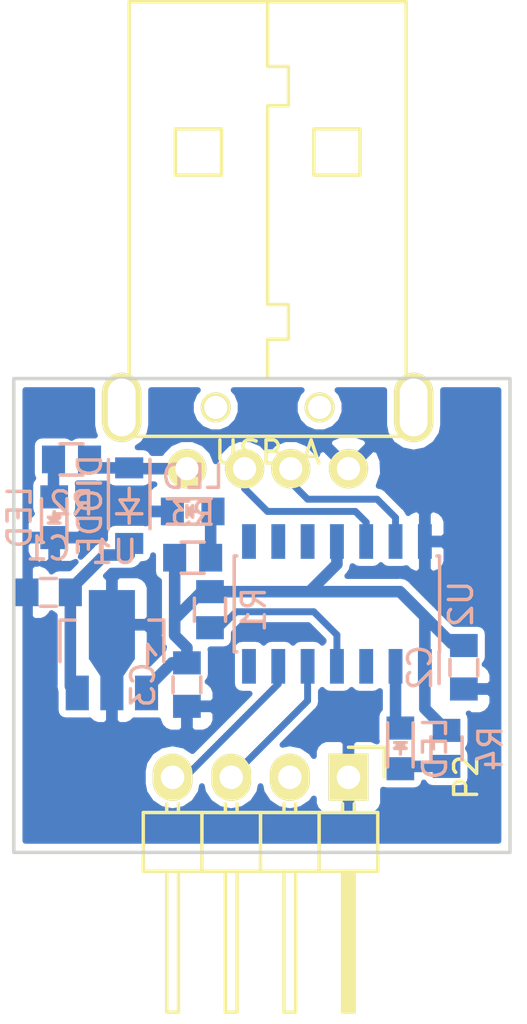
<source format=kicad_pcb>
(kicad_pcb (version 20171130) (host pcbnew "(5.0.0)")

  (general
    (thickness 1.6)
    (drawings 4)
    (tracks 64)
    (zones 0)
    (modules 15)
    (nets 21)
  )

  (page A4)
  (layers
    (0 F.Cu signal)
    (31 B.Cu signal)
    (32 B.Adhes user)
    (33 F.Adhes user)
    (34 B.Paste user)
    (35 F.Paste user)
    (36 B.SilkS user)
    (37 F.SilkS user)
    (38 B.Mask user)
    (39 F.Mask user)
    (40 Dwgs.User user)
    (41 Cmts.User user)
    (42 Eco1.User user)
    (43 Eco2.User user)
    (44 Edge.Cuts user)
    (45 Margin user)
    (46 B.CrtYd user)
    (47 F.CrtYd user)
    (48 B.Fab user)
    (49 F.Fab user)
  )

  (setup
    (last_trace_width 0.3)
    (user_trace_width 0.3)
    (user_trace_width 0.5)
    (trace_clearance 0.2)
    (zone_clearance 0.3)
    (zone_45_only no)
    (trace_min 0.2)
    (segment_width 0.2)
    (edge_width 0.15)
    (via_size 0.8)
    (via_drill 0.4)
    (via_min_size 0.4)
    (via_min_drill 0.3)
    (uvia_size 0.3)
    (uvia_drill 0.1)
    (uvias_allowed no)
    (uvia_min_size 0.2)
    (uvia_min_drill 0.1)
    (pcb_text_width 0.3)
    (pcb_text_size 1.5 1.5)
    (mod_edge_width 0.15)
    (mod_text_size 1 1)
    (mod_text_width 0.15)
    (pad_size 1.524 1.524)
    (pad_drill 0.762)
    (pad_to_mask_clearance 0.2)
    (aux_axis_origin 0 0)
    (visible_elements 7FFFFFFF)
    (pcbplotparams
      (layerselection 0x01000_fffffffe)
      (usegerberextensions false)
      (usegerberattributes false)
      (usegerberadvancedattributes false)
      (creategerberjobfile false)
      (excludeedgelayer true)
      (linewidth 0.100000)
      (plotframeref false)
      (viasonmask false)
      (mode 1)
      (useauxorigin false)
      (hpglpennumber 1)
      (hpglpenspeed 20)
      (hpglpendiameter 15.000000)
      (psnegative false)
      (psa4output false)
      (plotreference true)
      (plotvalue true)
      (plotinvisibletext false)
      (padsonsilk false)
      (subtractmaskfromsilk false)
      (outputformat 1)
      (mirror false)
      (drillshape 0)
      (scaleselection 1)
      (outputdirectory ""))
  )

  (net 0 "")
  (net 1 "Net-(C1-Pad1)")
  (net 2 GND)
  (net 3 +3.3V)
  (net 4 +5V)
  (net 5 "Net-(D2-Pad1)")
  (net 6 "Net-(D3-Pad1)")
  (net 7 /GP0)
  (net 8 "Net-(D4-Pad1)")
  (net 9 /GP1)
  (net 10 /GP2)
  (net 11 "Net-(P1-Pad5)")
  (net 12 /D-)
  (net 13 /D+)
  (net 14 VCC)
  (net 15 /RX)
  (net 16 /TX)
  (net 17 "Net-(R1-Pad1)")
  (net 18 "Net-(U2-Pad8)")
  (net 19 "Net-(U2-Pad9)")
  (net 20 "Net-(U2-Pad10)")

  (net_class Default "これはデフォルトのネット クラスです。"
    (clearance 0.2)
    (trace_width 0.25)
    (via_dia 0.8)
    (via_drill 0.4)
    (uvia_dia 0.3)
    (uvia_drill 0.1)
    (add_net +3.3V)
    (add_net +5V)
    (add_net /D+)
    (add_net /D-)
    (add_net /GP0)
    (add_net /GP1)
    (add_net /GP2)
    (add_net /RX)
    (add_net /TX)
    (add_net GND)
    (add_net "Net-(C1-Pad1)")
    (add_net "Net-(D2-Pad1)")
    (add_net "Net-(D3-Pad1)")
    (add_net "Net-(D4-Pad1)")
    (add_net "Net-(P1-Pad5)")
    (add_net "Net-(R1-Pad1)")
    (add_net "Net-(U2-Pad10)")
    (add_net "Net-(U2-Pad8)")
    (add_net "Net-(U2-Pad9)")
    (add_net VCC)
  )

  (module TO_SOT_Packages_SMD:SOT89-3_Housing (layer B.Cu) (tedit 0) (tstamp 5C8BAAC0)
    (at 93.25 114.25 180)
    (descr "SOT89-3, Housing,")
    (tags "SOT89-3, Housing,")
    (path /5C875E45)
    (attr smd)
    (fp_text reference U1 (at -0.09906 4.24942 180) (layer B.SilkS)
      (effects (font (size 1 1) (thickness 0.15)) (justify mirror))
    )
    (fp_text value BD33FA1 (at -0.20066 -4.59994 180) (layer B.Fab)
      (effects (font (size 1 1) (thickness 0.15)) (justify mirror))
    )
    (fp_line (start -1.89992 -0.20066) (end -1.651 0.09906) (layer B.SilkS) (width 0.15))
    (fp_line (start -1.651 0.09906) (end -1.5494 0.24892) (layer B.SilkS) (width 0.15))
    (fp_line (start -1.5494 0.24892) (end -1.5494 -0.59944) (layer B.SilkS) (width 0.15))
    (fp_line (start -2.25044 1.30048) (end -2.25044 -0.50038) (layer B.SilkS) (width 0.15))
    (fp_line (start -2.25044 1.30048) (end -1.6002 1.30048) (layer B.SilkS) (width 0.15))
    (fp_line (start 2.25044 1.30048) (end 2.25044 -0.50038) (layer B.SilkS) (width 0.15))
    (fp_line (start 2.25044 1.30048) (end 1.6002 1.30048) (layer B.SilkS) (width 0.15))
    (pad 1 smd rect (at -1.50114 -1.85166 180) (size 1.00076 1.50114) (layers B.Cu B.Paste B.Mask)
      (net 3 +3.3V))
    (pad 2 smd rect (at 0 -1.85166 180) (size 1.00076 1.50114) (layers B.Cu B.Paste B.Mask)
      (net 2 GND))
    (pad 3 smd rect (at 1.50114 -1.85166 180) (size 1.00076 1.50114) (layers B.Cu B.Paste B.Mask)
      (net 1 "Net-(C1-Pad1)"))
    (pad 2 smd rect (at 0 1.09982 180) (size 1.99898 2.99974) (layers B.Cu B.Paste B.Mask)
      (net 2 GND))
    (pad 2 smd trapezoid (at 0 -0.7493) (size 1.50114 0.7493) (rect_delta 0 -0.50038 ) (layers B.Cu B.Paste B.Mask)
      (net 2 GND))
    (model TO_SOT_Packages_SMD.3dshapes/SOT89-3_Housing.wrl
      (at (xyz 0 0 0))
      (scale (xyz 0.3937 0.3937 0.3937))
      (rotate (xyz 0 0 0))
    )
  )

  (module Capacitors_SMD:C_0603 (layer B.Cu) (tedit 581D9BE1) (tstamp 5C8AC2BA)
    (at 96.5 115.75 270)
    (descr "Capacitor SMD 0603, reflow soldering, AVX (see smccp.pdf)")
    (tags "capacitor 0603")
    (path /5C86FF10)
    (attr smd)
    (fp_text reference C3 (at 0 1.9 270) (layer B.SilkS)
      (effects (font (size 1 1) (thickness 0.15)) (justify mirror))
    )
    (fp_text value 22u (at 0 -1.9 270) (layer B.Fab)
      (effects (font (size 1 1) (thickness 0.15)) (justify mirror))
    )
    (fp_line (start -0.8 -0.4) (end -0.8 0.4) (layer B.Fab) (width 0.15))
    (fp_line (start 0.8 -0.4) (end -0.8 -0.4) (layer B.Fab) (width 0.15))
    (fp_line (start 0.8 0.4) (end 0.8 -0.4) (layer B.Fab) (width 0.15))
    (fp_line (start -0.8 0.4) (end 0.8 0.4) (layer B.Fab) (width 0.15))
    (fp_line (start -1.45 0.75) (end 1.45 0.75) (layer B.CrtYd) (width 0.05))
    (fp_line (start -1.45 -0.75) (end 1.45 -0.75) (layer B.CrtYd) (width 0.05))
    (fp_line (start -1.45 0.75) (end -1.45 -0.75) (layer B.CrtYd) (width 0.05))
    (fp_line (start 1.45 0.75) (end 1.45 -0.75) (layer B.CrtYd) (width 0.05))
    (fp_line (start -0.35 0.6) (end 0.35 0.6) (layer B.SilkS) (width 0.15))
    (fp_line (start 0.35 -0.6) (end -0.35 -0.6) (layer B.SilkS) (width 0.15))
    (pad 1 smd rect (at -0.95 0 270) (size 1 1.2) (layers B.Cu B.Paste B.Mask)
      (net 3 +3.3V))
    (pad 2 smd rect (at 0.93 0 270) (size 1 1.2) (layers B.Cu B.Paste B.Mask)
      (net 2 GND))
    (model Capacitors_SMD.3dshapes/C_0603.wrl
      (at (xyz 0 0 0))
      (scale (xyz 1 1 1))
      (rotate (xyz 0 0 0))
    )
  )

  (module Pin_Headers:Pin_Header_Angled_1x04 (layer F.Cu) (tedit 0) (tstamp 5C8A80F1)
    (at 103.5 119.75 270)
    (descr "Through hole pin header")
    (tags "pin header")
    (path /5C870B49)
    (fp_text reference P2 (at 0 -5.1 270) (layer F.SilkS)
      (effects (font (size 1 1) (thickness 0.15)))
    )
    (fp_text value CONN_01X04 (at 0 -3.1 270) (layer F.Fab)
      (effects (font (size 1 1) (thickness 0.15)))
    )
    (fp_line (start -1.5 -1.75) (end -1.5 9.4) (layer F.CrtYd) (width 0.05))
    (fp_line (start 10.65 -1.75) (end 10.65 9.4) (layer F.CrtYd) (width 0.05))
    (fp_line (start -1.5 -1.75) (end 10.65 -1.75) (layer F.CrtYd) (width 0.05))
    (fp_line (start -1.5 9.4) (end 10.65 9.4) (layer F.CrtYd) (width 0.05))
    (fp_line (start -1.3 -1.55) (end -1.3 0) (layer F.SilkS) (width 0.15))
    (fp_line (start 0 -1.55) (end -1.3 -1.55) (layer F.SilkS) (width 0.15))
    (fp_line (start 4.191 -0.127) (end 10.033 -0.127) (layer F.SilkS) (width 0.15))
    (fp_line (start 10.033 -0.127) (end 10.033 0.127) (layer F.SilkS) (width 0.15))
    (fp_line (start 10.033 0.127) (end 4.191 0.127) (layer F.SilkS) (width 0.15))
    (fp_line (start 4.191 0.127) (end 4.191 0) (layer F.SilkS) (width 0.15))
    (fp_line (start 4.191 0) (end 10.033 0) (layer F.SilkS) (width 0.15))
    (fp_line (start 1.524 -0.254) (end 1.143 -0.254) (layer F.SilkS) (width 0.15))
    (fp_line (start 1.524 0.254) (end 1.143 0.254) (layer F.SilkS) (width 0.15))
    (fp_line (start 1.524 2.286) (end 1.143 2.286) (layer F.SilkS) (width 0.15))
    (fp_line (start 1.524 2.794) (end 1.143 2.794) (layer F.SilkS) (width 0.15))
    (fp_line (start 1.524 4.826) (end 1.143 4.826) (layer F.SilkS) (width 0.15))
    (fp_line (start 1.524 5.334) (end 1.143 5.334) (layer F.SilkS) (width 0.15))
    (fp_line (start 1.524 7.874) (end 1.143 7.874) (layer F.SilkS) (width 0.15))
    (fp_line (start 1.524 7.366) (end 1.143 7.366) (layer F.SilkS) (width 0.15))
    (fp_line (start 1.524 -1.27) (end 4.064 -1.27) (layer F.SilkS) (width 0.15))
    (fp_line (start 1.524 1.27) (end 4.064 1.27) (layer F.SilkS) (width 0.15))
    (fp_line (start 1.524 1.27) (end 1.524 3.81) (layer F.SilkS) (width 0.15))
    (fp_line (start 1.524 3.81) (end 4.064 3.81) (layer F.SilkS) (width 0.15))
    (fp_line (start 4.064 2.286) (end 10.16 2.286) (layer F.SilkS) (width 0.15))
    (fp_line (start 10.16 2.286) (end 10.16 2.794) (layer F.SilkS) (width 0.15))
    (fp_line (start 10.16 2.794) (end 4.064 2.794) (layer F.SilkS) (width 0.15))
    (fp_line (start 4.064 3.81) (end 4.064 1.27) (layer F.SilkS) (width 0.15))
    (fp_line (start 4.064 1.27) (end 4.064 -1.27) (layer F.SilkS) (width 0.15))
    (fp_line (start 10.16 0.254) (end 4.064 0.254) (layer F.SilkS) (width 0.15))
    (fp_line (start 10.16 -0.254) (end 10.16 0.254) (layer F.SilkS) (width 0.15))
    (fp_line (start 4.064 -0.254) (end 10.16 -0.254) (layer F.SilkS) (width 0.15))
    (fp_line (start 1.524 1.27) (end 4.064 1.27) (layer F.SilkS) (width 0.15))
    (fp_line (start 1.524 -1.27) (end 1.524 1.27) (layer F.SilkS) (width 0.15))
    (fp_line (start 1.524 6.35) (end 4.064 6.35) (layer F.SilkS) (width 0.15))
    (fp_line (start 1.524 6.35) (end 1.524 8.89) (layer F.SilkS) (width 0.15))
    (fp_line (start 1.524 8.89) (end 4.064 8.89) (layer F.SilkS) (width 0.15))
    (fp_line (start 4.064 7.366) (end 10.16 7.366) (layer F.SilkS) (width 0.15))
    (fp_line (start 10.16 7.366) (end 10.16 7.874) (layer F.SilkS) (width 0.15))
    (fp_line (start 10.16 7.874) (end 4.064 7.874) (layer F.SilkS) (width 0.15))
    (fp_line (start 4.064 8.89) (end 4.064 6.35) (layer F.SilkS) (width 0.15))
    (fp_line (start 4.064 6.35) (end 4.064 3.81) (layer F.SilkS) (width 0.15))
    (fp_line (start 10.16 5.334) (end 4.064 5.334) (layer F.SilkS) (width 0.15))
    (fp_line (start 10.16 4.826) (end 10.16 5.334) (layer F.SilkS) (width 0.15))
    (fp_line (start 4.064 4.826) (end 10.16 4.826) (layer F.SilkS) (width 0.15))
    (fp_line (start 1.524 6.35) (end 4.064 6.35) (layer F.SilkS) (width 0.15))
    (fp_line (start 1.524 3.81) (end 1.524 6.35) (layer F.SilkS) (width 0.15))
    (fp_line (start 1.524 3.81) (end 4.064 3.81) (layer F.SilkS) (width 0.15))
    (pad 1 thru_hole rect (at 0 0 270) (size 2.032 1.7272) (drill 1.016) (layers *.Cu *.Mask F.SilkS)
      (net 2 GND))
    (pad 2 thru_hole oval (at 0 2.54 270) (size 2.032 1.7272) (drill 1.016) (layers *.Cu *.Mask F.SilkS)
      (net 14 VCC))
    (pad 3 thru_hole oval (at 0 5.08 270) (size 2.032 1.7272) (drill 1.016) (layers *.Cu *.Mask F.SilkS)
      (net 15 /RX))
    (pad 4 thru_hole oval (at 0 7.62 270) (size 2.032 1.7272) (drill 1.016) (layers *.Cu *.Mask F.SilkS)
      (net 16 /TX))
    (model Pin_Headers.3dshapes/Pin_Header_Angled_1x04.wrl
      (offset (xyz 0 -3.809999942779541 0))
      (scale (xyz 1 1 1))
      (rotate (xyz 0 0 90))
    )
  )

  (module Capacitors_SMD:C_0603 (layer B.Cu) (tedit 581D9BE1) (tstamp 5C8A7FE2)
    (at 90.5 111.75 180)
    (descr "Capacitor SMD 0603, reflow soldering, AVX (see smccp.pdf)")
    (tags "capacitor 0603")
    (path /5C86FE03)
    (attr smd)
    (fp_text reference C1 (at 0 1.9 180) (layer B.SilkS)
      (effects (font (size 1 1) (thickness 0.15)) (justify mirror))
    )
    (fp_text value 10u (at 0 -1.9 180) (layer B.Fab)
      (effects (font (size 1 1) (thickness 0.15)) (justify mirror))
    )
    (fp_line (start -0.8 -0.4) (end -0.8 0.4) (layer B.Fab) (width 0.15))
    (fp_line (start 0.8 -0.4) (end -0.8 -0.4) (layer B.Fab) (width 0.15))
    (fp_line (start 0.8 0.4) (end 0.8 -0.4) (layer B.Fab) (width 0.15))
    (fp_line (start -0.8 0.4) (end 0.8 0.4) (layer B.Fab) (width 0.15))
    (fp_line (start -1.45 0.75) (end 1.45 0.75) (layer B.CrtYd) (width 0.05))
    (fp_line (start -1.45 -0.75) (end 1.45 -0.75) (layer B.CrtYd) (width 0.05))
    (fp_line (start -1.45 0.75) (end -1.45 -0.75) (layer B.CrtYd) (width 0.05))
    (fp_line (start 1.45 0.75) (end 1.45 -0.75) (layer B.CrtYd) (width 0.05))
    (fp_line (start -0.35 0.6) (end 0.35 0.6) (layer B.SilkS) (width 0.15))
    (fp_line (start 0.35 -0.6) (end -0.35 -0.6) (layer B.SilkS) (width 0.15))
    (pad 1 smd rect (at -0.95 0 180) (size 1 1.2) (layers B.Cu B.Paste B.Mask)
      (net 1 "Net-(C1-Pad1)"))
    (pad 2 smd rect (at 0.93 0 180) (size 1 1.2) (layers B.Cu B.Paste B.Mask)
      (net 2 GND))
    (model Capacitors_SMD.3dshapes/C_0603.wrl
      (at (xyz 0 0 0))
      (scale (xyz 1 1 1))
      (rotate (xyz 0 0 0))
    )
  )

  (module Capacitors_SMD:C_0603 (layer B.Cu) (tedit 581D9BE1) (tstamp 5C8A7FF2)
    (at 108.5 115 270)
    (descr "Capacitor SMD 0603, reflow soldering, AVX (see smccp.pdf)")
    (tags "capacitor 0603")
    (path /5C86F951)
    (attr smd)
    (fp_text reference C2 (at 0 1.9 270) (layer B.SilkS)
      (effects (font (size 1 1) (thickness 0.15)) (justify mirror))
    )
    (fp_text value 0.1u (at 0 -1.9 270) (layer B.Fab)
      (effects (font (size 1 1) (thickness 0.15)) (justify mirror))
    )
    (fp_line (start -0.8 -0.4) (end -0.8 0.4) (layer B.Fab) (width 0.15))
    (fp_line (start 0.8 -0.4) (end -0.8 -0.4) (layer B.Fab) (width 0.15))
    (fp_line (start 0.8 0.4) (end 0.8 -0.4) (layer B.Fab) (width 0.15))
    (fp_line (start -0.8 0.4) (end 0.8 0.4) (layer B.Fab) (width 0.15))
    (fp_line (start -1.45 0.75) (end 1.45 0.75) (layer B.CrtYd) (width 0.05))
    (fp_line (start -1.45 -0.75) (end 1.45 -0.75) (layer B.CrtYd) (width 0.05))
    (fp_line (start -1.45 0.75) (end -1.45 -0.75) (layer B.CrtYd) (width 0.05))
    (fp_line (start 1.45 0.75) (end 1.45 -0.75) (layer B.CrtYd) (width 0.05))
    (fp_line (start -0.35 0.6) (end 0.35 0.6) (layer B.SilkS) (width 0.15))
    (fp_line (start 0.35 -0.6) (end -0.35 -0.6) (layer B.SilkS) (width 0.15))
    (pad 1 smd rect (at -0.95 0 270) (size 1 1.2) (layers B.Cu B.Paste B.Mask)
      (net 3 +3.3V))
    (pad 2 smd rect (at 0.93 0 270) (size 1 1.2) (layers B.Cu B.Paste B.Mask)
      (net 2 GND))
    (model Capacitors_SMD.3dshapes/C_0603.wrl
      (at (xyz 0 0 0))
      (scale (xyz 1 1 1))
      (rotate (xyz 0 0 0))
    )
  )

  (module Mizz_lib:SOD-123 (layer B.Cu) (tedit 5C70464D) (tstamp 5C8A8019)
    (at 94 108 270)
    (descr SOD-123)
    (tags SOD-123)
    (path /5C86FD65)
    (attr smd)
    (fp_text reference D1 (at 0 2 270) (layer B.Fab)
      (effects (font (size 1 1) (thickness 0.15)) (justify mirror))
    )
    (fp_text value DIODE (at 0 1.7 270) (layer B.SilkS)
      (effects (font (size 1 1) (thickness 0.15)) (justify mirror))
    )
    (fp_line (start -0.25 0) (end -0.75 0) (layer B.SilkS) (width 0.15))
    (fp_line (start -0.25 -0.4) (end 0.35 0) (layer B.SilkS) (width 0.15))
    (fp_line (start -0.25 0.4) (end -0.25 -0.4) (layer B.SilkS) (width 0.15))
    (fp_line (start 0.35 0) (end -0.25 0.4) (layer B.SilkS) (width 0.15))
    (fp_line (start 0.35 0) (end 0.35 -0.55) (layer B.SilkS) (width 0.15))
    (fp_line (start 0.35 0) (end 0.35 0.55) (layer B.SilkS) (width 0.15))
    (fp_line (start 0.75 0) (end 0.35 0) (layer B.SilkS) (width 0.15))
    (fp_line (start -1.35 -0.8) (end -1.35 0.8) (layer B.Fab) (width 0.15))
    (fp_line (start 1.35 -0.8) (end -1.35 -0.8) (layer B.Fab) (width 0.15))
    (fp_line (start 1.35 0.8) (end 1.35 -0.8) (layer B.Fab) (width 0.15))
    (fp_line (start -1.35 0.8) (end 1.35 0.8) (layer B.Fab) (width 0.15))
    (fp_line (start -2.25 1.05) (end 2.25 1.05) (layer B.CrtYd) (width 0.05))
    (fp_line (start 2.25 1.05) (end 2.25 -1.05) (layer B.CrtYd) (width 0.05))
    (fp_line (start 2.25 -1.05) (end -2.25 -1.05) (layer B.CrtYd) (width 0.05))
    (fp_line (start -2.25 1.05) (end -2.25 -1.05) (layer B.CrtYd) (width 0.05))
    (fp_line (start -2 -0.9) (end 1 -0.9) (layer B.SilkS) (width 0.15))
    (fp_line (start -2 0.9) (end 1 0.9) (layer B.SilkS) (width 0.15))
    (pad 1 smd rect (at -1.635 0 270) (size 0.91 1.22) (layers B.Cu B.Paste B.Mask)
      (net 4 +5V))
    (pad 2 smd rect (at 1.635 0 270) (size 0.91 1.22) (layers B.Cu B.Paste B.Mask)
      (net 1 "Net-(C1-Pad1)"))
    (model ${KISYS3DMOD}/Diodes_SMD.3dshapes/SOD-123.wrl
      (at (xyz 0 0 0))
      (scale (xyz 1 1 1))
      (rotate (xyz 0 0 0))
    )
    (model C:/Users/Mizuta/Downloads/kicad-packages3D-master/Diode_SMD.3dshapes/D_SOD-123.step
      (at (xyz 0 0 0))
      (scale (xyz 1 1 1))
      (rotate (xyz 0 0 180))
    )
  )

  (module Mizz_lib:USB-A-male (layer F.Cu) (tedit 5BB247AC) (tstamp 5C8A80BA)
    (at 100 105)
    (path /5C870265)
    (fp_text reference P1 (at 0 0.5) (layer F.SilkS) hide
      (effects (font (size 1 1) (thickness 0.15)))
    )
    (fp_text value USB_A (at 0 0.7) (layer F.SilkS)
      (effects (font (size 1 1) (thickness 0.15)))
    )
    (fp_line (start 0 -5.7) (end 0 -14.3) (layer F.SilkS) (width 0.15))
    (fp_line (start 0 -2.5) (end 0 -4.2) (layer F.SilkS) (width 0.15))
    (fp_line (start 6 -2.5) (end -6 -2.5) (layer F.SilkS) (width 0.15))
    (fp_line (start -2 -13.3) (end -4 -13.3) (layer F.SilkS) (width 0.15))
    (fp_line (start -4 -13.3) (end -4 -11.3) (layer F.SilkS) (width 0.15))
    (fp_line (start -4 -11.3) (end -2 -11.3) (layer F.SilkS) (width 0.15))
    (fp_line (start -2 -11.3) (end -2 -13.3) (layer F.SilkS) (width 0.15))
    (fp_line (start 4 -13.3) (end 2 -13.3) (layer F.SilkS) (width 0.15))
    (fp_line (start 2 -13.3) (end 2 -11.3) (layer F.SilkS) (width 0.15))
    (fp_line (start 2 -11.3) (end 4 -11.3) (layer F.SilkS) (width 0.15))
    (fp_line (start 4 -11.3) (end 4 -13.3) (layer F.SilkS) (width 0.15))
    (fp_line (start 0 -18.8) (end 0 -16) (layer F.SilkS) (width 0.15))
    (fp_line (start 0 -16) (end 0.9 -16) (layer F.SilkS) (width 0.15))
    (fp_line (start 0.9 -16) (end 0.9 -14.3) (layer F.SilkS) (width 0.15))
    (fp_line (start 0.9 -14.3) (end 0 -14.3) (layer F.SilkS) (width 0.15))
    (fp_line (start 0 -5.7) (end 0.9 -5.7) (layer F.SilkS) (width 0.15))
    (fp_line (start 0.9 -5.7) (end 0.9 -4.2) (layer F.SilkS) (width 0.15))
    (fp_line (start 0.9 -4.2) (end 0 -4.2) (layer F.SilkS) (width 0.15))
    (fp_line (start 6 -9.4) (end 6 -18.8) (layer F.SilkS) (width 0.15))
    (fp_line (start 6 -18.8) (end -6 -18.8) (layer F.SilkS) (width 0.15))
    (fp_line (start -6 -18.8) (end -6 -9.4) (layer F.SilkS) (width 0.15))
    (fp_line (start 6 0) (end 6 -9.4) (layer F.SilkS) (width 0.15))
    (fp_line (start -6 -9.4) (end -6 0) (layer F.SilkS) (width 0.15))
    (fp_line (start -6 0) (end 6 0) (layer F.SilkS) (width 0.15))
    (pad 5 thru_hole oval (at 6.325 -1.25) (size 1.7 3) (drill oval 1.2 2.5) (layers *.Cu *.Mask F.SilkS)
      (net 11 "Net-(P1-Pad5)"))
    (pad 5 thru_hole oval (at -6.325 -1.25) (size 1.7 3) (drill oval 1.2 2.5) (layers *.Cu *.Mask F.SilkS)
      (net 11 "Net-(P1-Pad5)"))
    (pad 2 thru_hole circle (at -1 1.4) (size 1.7 1.7) (drill 1) (layers *.Cu *.Mask F.SilkS)
      (net 12 /D-))
    (pad 1 thru_hole circle (at -3.5 1.4) (size 1.7 1.7) (drill 1) (layers *.Cu *.Mask F.SilkS)
      (net 4 +5V))
    (pad 3 thru_hole circle (at 1 1.4) (size 1.7 1.7) (drill 1) (layers *.Cu *.Mask F.SilkS)
      (net 13 /D+))
    (pad 4 thru_hole circle (at 3.5 1.4) (size 1.7 1.7) (drill 1) (layers *.Cu *.Mask F.SilkS)
      (net 2 GND))
    (pad "" thru_hole circle (at -2.25 -1.25) (size 1.3 1.3) (drill 1) (layers *.Cu *.Mask F.SilkS))
    (pad "" thru_hole circle (at 2.25 -1.25) (size 1.3 1.3) (drill 1) (layers *.Cu *.Mask F.SilkS))
  )

  (module Housings_SOIC:SOIC-14_3.9x8.7mm_Pitch1.27mm (layer B.Cu) (tedit 574D9791) (tstamp 5C8A8167)
    (at 103 112.25 90)
    (descr "14-Lead Plastic Small Outline (SL) - Narrow, 3.90 mm Body [SOIC] (see Microchip Packaging Specification 00000049BS.pdf)")
    (tags "SOIC 1.27")
    (path /5C86F83C)
    (attr smd)
    (fp_text reference U2 (at 0 5.375 90) (layer B.SilkS)
      (effects (font (size 1 1) (thickness 0.15)) (justify mirror))
    )
    (fp_text value MCP2221A (at 0 -5.375 90) (layer B.Fab)
      (effects (font (size 1 1) (thickness 0.15)) (justify mirror))
    )
    (fp_line (start -0.95 4.35) (end 1.95 4.35) (layer B.Fab) (width 0.15))
    (fp_line (start 1.95 4.35) (end 1.95 -4.35) (layer B.Fab) (width 0.15))
    (fp_line (start 1.95 -4.35) (end -1.95 -4.35) (layer B.Fab) (width 0.15))
    (fp_line (start -1.95 -4.35) (end -1.95 3.35) (layer B.Fab) (width 0.15))
    (fp_line (start -1.95 3.35) (end -0.95 4.35) (layer B.Fab) (width 0.15))
    (fp_line (start -3.7 4.65) (end -3.7 -4.65) (layer B.CrtYd) (width 0.05))
    (fp_line (start 3.7 4.65) (end 3.7 -4.65) (layer B.CrtYd) (width 0.05))
    (fp_line (start -3.7 4.65) (end 3.7 4.65) (layer B.CrtYd) (width 0.05))
    (fp_line (start -3.7 -4.65) (end 3.7 -4.65) (layer B.CrtYd) (width 0.05))
    (fp_line (start -2.075 4.45) (end -2.075 4.425) (layer B.SilkS) (width 0.15))
    (fp_line (start 2.075 4.45) (end 2.075 4.335) (layer B.SilkS) (width 0.15))
    (fp_line (start 2.075 -4.45) (end 2.075 -4.335) (layer B.SilkS) (width 0.15))
    (fp_line (start -2.075 -4.45) (end -2.075 -4.335) (layer B.SilkS) (width 0.15))
    (fp_line (start -2.075 4.45) (end 2.075 4.45) (layer B.SilkS) (width 0.15))
    (fp_line (start -2.075 -4.45) (end 2.075 -4.45) (layer B.SilkS) (width 0.15))
    (fp_line (start -2.075 4.425) (end -3.45 4.425) (layer B.SilkS) (width 0.15))
    (pad 1 smd rect (at -2.7 3.81 90) (size 1.5 0.6) (layers B.Cu B.Paste B.Mask)
      (net 3 +3.3V))
    (pad 2 smd rect (at -2.7 2.54 90) (size 1.5 0.6) (layers B.Cu B.Paste B.Mask)
      (net 7 /GP0))
    (pad 3 smd rect (at -2.7 1.27 90) (size 1.5 0.6) (layers B.Cu B.Paste B.Mask)
      (net 9 /GP1))
    (pad 4 smd rect (at -2.7 0 90) (size 1.5 0.6) (layers B.Cu B.Paste B.Mask)
      (net 17 "Net-(R1-Pad1)"))
    (pad 5 smd rect (at -2.7 -1.27 90) (size 1.5 0.6) (layers B.Cu B.Paste B.Mask)
      (net 15 /RX))
    (pad 6 smd rect (at -2.7 -2.54 90) (size 1.5 0.6) (layers B.Cu B.Paste B.Mask)
      (net 16 /TX))
    (pad 7 smd rect (at -2.7 -3.81 90) (size 1.5 0.6) (layers B.Cu B.Paste B.Mask)
      (net 10 /GP2))
    (pad 8 smd rect (at 2.7 -3.81 90) (size 1.5 0.6) (layers B.Cu B.Paste B.Mask)
      (net 18 "Net-(U2-Pad8)"))
    (pad 9 smd rect (at 2.7 -2.54 90) (size 1.5 0.6) (layers B.Cu B.Paste B.Mask)
      (net 19 "Net-(U2-Pad9)"))
    (pad 10 smd rect (at 2.7 -1.27 90) (size 1.5 0.6) (layers B.Cu B.Paste B.Mask)
      (net 20 "Net-(U2-Pad10)"))
    (pad 11 smd rect (at 2.7 0 90) (size 1.5 0.6) (layers B.Cu B.Paste B.Mask)
      (net 3 +3.3V))
    (pad 12 smd rect (at 2.7 1.27 90) (size 1.5 0.6) (layers B.Cu B.Paste B.Mask)
      (net 12 /D-))
    (pad 13 smd rect (at 2.7 2.54 90) (size 1.5 0.6) (layers B.Cu B.Paste B.Mask)
      (net 13 /D+))
    (pad 14 smd rect (at 2.7 3.81 90) (size 1.5 0.6) (layers B.Cu B.Paste B.Mask)
      (net 2 GND))
    (model Housings_SOIC.3dshapes/SOIC-14_3.9x8.7mm_Pitch1.27mm.wrl
      (at (xyz 0 0 0))
      (scale (xyz 1 1 1))
      (rotate (xyz 0 0 0))
    )
  )

  (module Resistors_SMD:R_0603 (layer B.Cu) (tedit 581D9C24) (tstamp 5C8AC311)
    (at 91.5 106)
    (descr "Resistor SMD 0603, reflow soldering, Vishay (see dcrcw.pdf)")
    (tags "resistor 0603")
    (path /5C870FC3)
    (attr smd)
    (fp_text reference R2 (at 0 1.9) (layer B.SilkS)
      (effects (font (size 1 1) (thickness 0.15)) (justify mirror))
    )
    (fp_text value R (at 0 -1.9) (layer B.Fab)
      (effects (font (size 1 1) (thickness 0.15)) (justify mirror))
    )
    (fp_line (start -1.3 0.8) (end 1.3 0.8) (layer B.CrtYd) (width 0.05))
    (fp_line (start -1.3 -0.8) (end 1.3 -0.8) (layer B.CrtYd) (width 0.05))
    (fp_line (start -1.3 0.8) (end -1.3 -0.8) (layer B.CrtYd) (width 0.05))
    (fp_line (start 1.3 0.8) (end 1.3 -0.8) (layer B.CrtYd) (width 0.05))
    (fp_line (start 0.5 -0.675) (end -0.5 -0.675) (layer B.SilkS) (width 0.15))
    (fp_line (start -0.5 0.675) (end 0.5 0.675) (layer B.SilkS) (width 0.15))
    (pad 1 smd rect (at -0.78 0) (size 1 1.2) (layers B.Cu B.Paste B.Mask)
      (net 5 "Net-(D2-Pad1)"))
    (pad 2 smd rect (at 0.78 0) (size 1 1.2) (layers B.Cu B.Paste B.Mask)
      (net 4 +5V))
    (model Resistors_SMD.3dshapes/R_0603.wrl
      (at (xyz 0 0 0))
      (scale (xyz 1 1 1))
      (rotate (xyz 0 0 0))
    )
  )

  (module Resistors_SMD:R_0603 (layer B.Cu) (tedit 581D9C24) (tstamp 5C8AC31D)
    (at 96.75 110.25 180)
    (descr "Resistor SMD 0603, reflow soldering, Vishay (see dcrcw.pdf)")
    (tags "resistor 0603")
    (path /5C871115)
    (attr smd)
    (fp_text reference R3 (at 0 1.9 180) (layer B.SilkS)
      (effects (font (size 1 1) (thickness 0.15)) (justify mirror))
    )
    (fp_text value R (at 0 -1.9 180) (layer B.Fab)
      (effects (font (size 1 1) (thickness 0.15)) (justify mirror))
    )
    (fp_line (start -0.5 0.675) (end 0.5 0.675) (layer B.SilkS) (width 0.15))
    (fp_line (start 0.5 -0.675) (end -0.5 -0.675) (layer B.SilkS) (width 0.15))
    (fp_line (start 1.3 0.8) (end 1.3 -0.8) (layer B.CrtYd) (width 0.05))
    (fp_line (start -1.3 0.8) (end -1.3 -0.8) (layer B.CrtYd) (width 0.05))
    (fp_line (start -1.3 -0.8) (end 1.3 -0.8) (layer B.CrtYd) (width 0.05))
    (fp_line (start -1.3 0.8) (end 1.3 0.8) (layer B.CrtYd) (width 0.05))
    (pad 2 smd rect (at 0.78 0 180) (size 1 1.2) (layers B.Cu B.Paste B.Mask)
      (net 3 +3.3V))
    (pad 1 smd rect (at -0.78 0 180) (size 1 1.2) (layers B.Cu B.Paste B.Mask)
      (net 6 "Net-(D3-Pad1)"))
    (model Resistors_SMD.3dshapes/R_0603.wrl
      (at (xyz 0 0 0))
      (scale (xyz 1 1 1))
      (rotate (xyz 0 0 0))
    )
  )

  (module Resistors_SMD:R_0603 (layer B.Cu) (tedit 581D9C24) (tstamp 5C8AC329)
    (at 107.75 118.5 90)
    (descr "Resistor SMD 0603, reflow soldering, Vishay (see dcrcw.pdf)")
    (tags "resistor 0603")
    (path /5C871677)
    (attr smd)
    (fp_text reference R4 (at 0 1.9 90) (layer B.SilkS)
      (effects (font (size 1 1) (thickness 0.15)) (justify mirror))
    )
    (fp_text value R (at 0 -1.9 90) (layer B.Fab)
      (effects (font (size 1 1) (thickness 0.15)) (justify mirror))
    )
    (fp_line (start -1.3 0.8) (end 1.3 0.8) (layer B.CrtYd) (width 0.05))
    (fp_line (start -1.3 -0.8) (end 1.3 -0.8) (layer B.CrtYd) (width 0.05))
    (fp_line (start -1.3 0.8) (end -1.3 -0.8) (layer B.CrtYd) (width 0.05))
    (fp_line (start 1.3 0.8) (end 1.3 -0.8) (layer B.CrtYd) (width 0.05))
    (fp_line (start 0.5 -0.675) (end -0.5 -0.675) (layer B.SilkS) (width 0.15))
    (fp_line (start -0.5 0.675) (end 0.5 0.675) (layer B.SilkS) (width 0.15))
    (pad 1 smd rect (at -0.78 0 90) (size 1 1.2) (layers B.Cu B.Paste B.Mask)
      (net 8 "Net-(D4-Pad1)"))
    (pad 2 smd rect (at 0.78 0 90) (size 1 1.2) (layers B.Cu B.Paste B.Mask)
      (net 3 +3.3V))
    (model Resistors_SMD.3dshapes/R_0603.wrl
      (at (xyz 0 0 0))
      (scale (xyz 1 1 1))
      (rotate (xyz 0 0 0))
    )
  )

  (module Mizz_lib:LED_0603 (layer B.Cu) (tedit 5C686D55) (tstamp 5C8AF70B)
    (at 90.75 108.5 90)
    (descr "LED 0603 smd package")
    (tags "LED led 0603 SMD smd SMT smt smdled SMDLED smtled SMTLED")
    (path /5C87116A)
    (attr smd)
    (fp_text reference D2 (at 0 1.5 90) (layer B.SilkS) hide
      (effects (font (size 1 1) (thickness 0.15)) (justify mirror))
    )
    (fp_text value LED (at 0 -1.5 90) (layer B.SilkS)
      (effects (font (size 1 1) (thickness 0.15)) (justify mirror))
    )
    (fp_line (start -1.4 0.75) (end 1.4 0.75) (layer B.CrtYd) (width 0.05))
    (fp_line (start -1.4 -0.75) (end -1.4 0.75) (layer B.CrtYd) (width 0.05))
    (fp_line (start 1.4 -0.75) (end -1.4 -0.75) (layer B.CrtYd) (width 0.05))
    (fp_line (start 1.4 0.75) (end 1.4 -0.75) (layer B.CrtYd) (width 0.05))
    (fp_line (start 0 -0.25) (end -0.25 0) (layer B.SilkS) (width 0.15))
    (fp_line (start 0 0.25) (end 0 -0.25) (layer B.SilkS) (width 0.15))
    (fp_line (start -0.25 0) (end 0 0.25) (layer B.SilkS) (width 0.15))
    (fp_line (start -0.25 0.25) (end -0.25 -0.25) (layer B.SilkS) (width 0.15))
    (fp_line (start -0.2 0) (end 0.25 0) (layer B.SilkS) (width 0.15))
    (fp_line (start -1.1 0.55) (end 0.8 0.55) (layer B.SilkS) (width 0.15))
    (fp_line (start -1.1 -0.55) (end 0.8 -0.55) (layer B.SilkS) (width 0.15))
    (fp_line (start -0.8 -0.4) (end -0.8 0.4) (layer B.Fab) (width 0.15))
    (fp_line (start -0.8 0.4) (end 0.8 0.4) (layer B.Fab) (width 0.15))
    (fp_line (start 0.8 0.4) (end 0.8 -0.4) (layer B.Fab) (width 0.15))
    (fp_line (start 0.8 -0.4) (end -0.8 -0.4) (layer B.Fab) (width 0.15))
    (fp_line (start 0.1 0.2) (end 0.1 -0.2) (layer B.Fab) (width 0.15))
    (fp_line (start 0.1 -0.2) (end -0.2 0) (layer B.Fab) (width 0.15))
    (fp_line (start -0.2 0) (end 0.1 0.2) (layer B.Fab) (width 0.15))
    (fp_line (start -0.3 0.2) (end -0.3 -0.2) (layer B.Fab) (width 0.15))
    (pad 2 smd rect (at -0.88 0 270) (size 1 1.2) (layers B.Cu B.Paste B.Mask)
      (net 2 GND))
    (pad 1 smd rect (at 0.88 0 270) (size 1 1.2) (layers B.Cu B.Paste B.Mask)
      (net 5 "Net-(D2-Pad1)"))
    (model LEDs.3dshapes/LED_0603.wrl
      (at (xyz 0 0 0))
      (scale (xyz 1 1 1))
      (rotate (xyz 0 0 180))
    )
    (model C:/Users/Mizuta/Downloads/kicad-packages3D-master/LED_SMD.3dshapes/LED_0603_1608Metric_Castellated.step
      (at (xyz 0 0 0))
      (scale (xyz 1 1 1))
      (rotate (xyz 0 0 0))
    )
  )

  (module Mizz_lib:LED_0603 (layer B.Cu) (tedit 5C686D55) (tstamp 5C8AF723)
    (at 96.75 108.25)
    (descr "LED 0603 smd package")
    (tags "LED led 0603 SMD smd SMT smt smdled SMDLED smtled SMTLED")
    (path /5C871208)
    (attr smd)
    (fp_text reference D3 (at 0 1.5) (layer B.SilkS) hide
      (effects (font (size 1 1) (thickness 0.15)) (justify mirror))
    )
    (fp_text value LED (at 0 -1.5) (layer B.SilkS)
      (effects (font (size 1 1) (thickness 0.15)) (justify mirror))
    )
    (fp_line (start -0.3 0.2) (end -0.3 -0.2) (layer B.Fab) (width 0.15))
    (fp_line (start -0.2 0) (end 0.1 0.2) (layer B.Fab) (width 0.15))
    (fp_line (start 0.1 -0.2) (end -0.2 0) (layer B.Fab) (width 0.15))
    (fp_line (start 0.1 0.2) (end 0.1 -0.2) (layer B.Fab) (width 0.15))
    (fp_line (start 0.8 -0.4) (end -0.8 -0.4) (layer B.Fab) (width 0.15))
    (fp_line (start 0.8 0.4) (end 0.8 -0.4) (layer B.Fab) (width 0.15))
    (fp_line (start -0.8 0.4) (end 0.8 0.4) (layer B.Fab) (width 0.15))
    (fp_line (start -0.8 -0.4) (end -0.8 0.4) (layer B.Fab) (width 0.15))
    (fp_line (start -1.1 -0.55) (end 0.8 -0.55) (layer B.SilkS) (width 0.15))
    (fp_line (start -1.1 0.55) (end 0.8 0.55) (layer B.SilkS) (width 0.15))
    (fp_line (start -0.2 0) (end 0.25 0) (layer B.SilkS) (width 0.15))
    (fp_line (start -0.25 0.25) (end -0.25 -0.25) (layer B.SilkS) (width 0.15))
    (fp_line (start -0.25 0) (end 0 0.25) (layer B.SilkS) (width 0.15))
    (fp_line (start 0 0.25) (end 0 -0.25) (layer B.SilkS) (width 0.15))
    (fp_line (start 0 -0.25) (end -0.25 0) (layer B.SilkS) (width 0.15))
    (fp_line (start 1.4 0.75) (end 1.4 -0.75) (layer B.CrtYd) (width 0.05))
    (fp_line (start 1.4 -0.75) (end -1.4 -0.75) (layer B.CrtYd) (width 0.05))
    (fp_line (start -1.4 -0.75) (end -1.4 0.75) (layer B.CrtYd) (width 0.05))
    (fp_line (start -1.4 0.75) (end 1.4 0.75) (layer B.CrtYd) (width 0.05))
    (pad 1 smd rect (at 0.88 0 180) (size 1 1.2) (layers B.Cu B.Paste B.Mask)
      (net 6 "Net-(D3-Pad1)"))
    (pad 2 smd rect (at -0.88 0 180) (size 1 1.2) (layers B.Cu B.Paste B.Mask)
      (net 2 GND))
    (model LEDs.3dshapes/LED_0603.wrl
      (at (xyz 0 0 0))
      (scale (xyz 1 1 1))
      (rotate (xyz 0 0 180))
    )
    (model C:/Users/Mizuta/Downloads/kicad-packages3D-master/LED_SMD.3dshapes/LED_0603_1608Metric_Castellated.step
      (at (xyz 0 0 0))
      (scale (xyz 1 1 1))
      (rotate (xyz 0 0 0))
    )
  )

  (module Mizz_lib:LED_0603 (layer B.Cu) (tedit 5C686D55) (tstamp 5C8AF73B)
    (at 105.75 118.5 270)
    (descr "LED 0603 smd package")
    (tags "LED led 0603 SMD smd SMT smt smdled SMDLED smtled SMTLED")
    (path /5C8716B7)
    (attr smd)
    (fp_text reference D4 (at 0 1.5 270) (layer B.SilkS) hide
      (effects (font (size 1 1) (thickness 0.15)) (justify mirror))
    )
    (fp_text value LED (at 0 -1.5 270) (layer B.SilkS)
      (effects (font (size 1 1) (thickness 0.15)) (justify mirror))
    )
    (fp_line (start -1.4 0.75) (end 1.4 0.75) (layer B.CrtYd) (width 0.05))
    (fp_line (start -1.4 -0.75) (end -1.4 0.75) (layer B.CrtYd) (width 0.05))
    (fp_line (start 1.4 -0.75) (end -1.4 -0.75) (layer B.CrtYd) (width 0.05))
    (fp_line (start 1.4 0.75) (end 1.4 -0.75) (layer B.CrtYd) (width 0.05))
    (fp_line (start 0 -0.25) (end -0.25 0) (layer B.SilkS) (width 0.15))
    (fp_line (start 0 0.25) (end 0 -0.25) (layer B.SilkS) (width 0.15))
    (fp_line (start -0.25 0) (end 0 0.25) (layer B.SilkS) (width 0.15))
    (fp_line (start -0.25 0.25) (end -0.25 -0.25) (layer B.SilkS) (width 0.15))
    (fp_line (start -0.2 0) (end 0.25 0) (layer B.SilkS) (width 0.15))
    (fp_line (start -1.1 0.55) (end 0.8 0.55) (layer B.SilkS) (width 0.15))
    (fp_line (start -1.1 -0.55) (end 0.8 -0.55) (layer B.SilkS) (width 0.15))
    (fp_line (start -0.8 -0.4) (end -0.8 0.4) (layer B.Fab) (width 0.15))
    (fp_line (start -0.8 0.4) (end 0.8 0.4) (layer B.Fab) (width 0.15))
    (fp_line (start 0.8 0.4) (end 0.8 -0.4) (layer B.Fab) (width 0.15))
    (fp_line (start 0.8 -0.4) (end -0.8 -0.4) (layer B.Fab) (width 0.15))
    (fp_line (start 0.1 0.2) (end 0.1 -0.2) (layer B.Fab) (width 0.15))
    (fp_line (start 0.1 -0.2) (end -0.2 0) (layer B.Fab) (width 0.15))
    (fp_line (start -0.2 0) (end 0.1 0.2) (layer B.Fab) (width 0.15))
    (fp_line (start -0.3 0.2) (end -0.3 -0.2) (layer B.Fab) (width 0.15))
    (pad 2 smd rect (at -0.88 0 90) (size 1 1.2) (layers B.Cu B.Paste B.Mask)
      (net 7 /GP0))
    (pad 1 smd rect (at 0.88 0 90) (size 1 1.2) (layers B.Cu B.Paste B.Mask)
      (net 8 "Net-(D4-Pad1)"))
    (model LEDs.3dshapes/LED_0603.wrl
      (at (xyz 0 0 0))
      (scale (xyz 1 1 1))
      (rotate (xyz 0 0 180))
    )
    (model C:/Users/Mizuta/Downloads/kicad-packages3D-master/LED_SMD.3dshapes/LED_0603_1608Metric_Castellated.step
      (at (xyz 0 0 0))
      (scale (xyz 1 1 1))
      (rotate (xyz 0 0 0))
    )
  )

  (module Resistors_SMD:R_0603 (layer B.Cu) (tedit 581D9C24) (tstamp 5C8B91BE)
    (at 97.5 112.5 90)
    (descr "Resistor SMD 0603, reflow soldering, Vishay (see dcrcw.pdf)")
    (tags "resistor 0603")
    (path /5C86FB86)
    (attr smd)
    (fp_text reference R1 (at 0 1.9 90) (layer B.SilkS)
      (effects (font (size 1 1) (thickness 0.15)) (justify mirror))
    )
    (fp_text value 10k (at 0 -1.9 90) (layer B.Fab)
      (effects (font (size 1 1) (thickness 0.15)) (justify mirror))
    )
    (fp_line (start -1.3 0.8) (end 1.3 0.8) (layer B.CrtYd) (width 0.05))
    (fp_line (start -1.3 -0.8) (end 1.3 -0.8) (layer B.CrtYd) (width 0.05))
    (fp_line (start -1.3 0.8) (end -1.3 -0.8) (layer B.CrtYd) (width 0.05))
    (fp_line (start 1.3 0.8) (end 1.3 -0.8) (layer B.CrtYd) (width 0.05))
    (fp_line (start 0.5 -0.675) (end -0.5 -0.675) (layer B.SilkS) (width 0.15))
    (fp_line (start -0.5 0.675) (end 0.5 0.675) (layer B.SilkS) (width 0.15))
    (pad 1 smd rect (at -0.78 0 90) (size 1 1.2) (layers B.Cu B.Paste B.Mask)
      (net 17 "Net-(R1-Pad1)"))
    (pad 2 smd rect (at 0.78 0 90) (size 1 1.2) (layers B.Cu B.Paste B.Mask)
      (net 3 +3.3V))
    (model Resistors_SMD.3dshapes/R_0603.wrl
      (at (xyz 0 0 0))
      (scale (xyz 1 1 1))
      (rotate (xyz 0 0 0))
    )
  )

  (gr_line (start 110.5 123) (end 110.5 102.5) (angle 90) (layer Edge.Cuts) (width 0.15))
  (gr_line (start 89 123) (end 110.5 123) (angle 90) (layer Edge.Cuts) (width 0.15))
  (gr_line (start 89 102.5) (end 89 123) (angle 90) (layer Edge.Cuts) (width 0.15))
  (gr_line (start 110.5 102.5) (end 89 102.5) (angle 90) (layer Edge.Cuts) (width 0.15))

  (segment (start 91.45 111.75) (end 91.45 111.62) (width 0.5) (layer B.Cu) (net 1) (status C00000))
  (segment (start 92.935 110.135) (end 94 110.135) (width 0.5) (layer B.Cu) (net 1) (tstamp 5C8BCA9D) (status 800000))
  (segment (start 91.45 111.62) (end 92.935 110.135) (width 0.5) (layer B.Cu) (net 1) (tstamp 5C8BCA9C) (status 400000))
  (segment (start 91.45 111.75) (end 91.45 115.8028) (width 0.5) (layer B.Cu) (net 1) (status C00000))
  (segment (start 91.45 115.8028) (end 91.74886 116.10166) (width 0.5) (layer B.Cu) (net 1) (tstamp 5C8BCAA1) (status C00000))
  (segment (start 95.95 110.02) (end 95.97 110) (width 0.5) (layer B.Cu) (net 3) (tstamp 5C8BA6EC) (status C00000))
  (segment (start 97.5 111.72) (end 101.81 111.72) (width 0.5) (layer B.Cu) (net 3) (status 400000))
  (segment (start 103 110.53) (end 103 109.55) (width 0.5) (layer B.Cu) (net 3) (tstamp 5C8BA7E0) (status 800000))
  (segment (start 101.81 111.72) (end 103 110.53) (width 0.5) (layer B.Cu) (net 3) (tstamp 5C8BA7DF))
  (segment (start 108.5 113.95) (end 107.96 113.95) (width 0.5) (layer B.Cu) (net 3) (status C00000))
  (segment (start 107.96 113.95) (end 105.73 111.72) (width 0.5) (layer B.Cu) (net 3) (tstamp 5C8BA7EB) (status 400000))
  (segment (start 105.73 111.72) (end 101.81 111.72) (width 0.5) (layer B.Cu) (net 3) (tstamp 5C8BA7EC))
  (segment (start 106.81 114.95) (end 106.81 116.78) (width 0.5) (layer B.Cu) (net 3) (status 400000))
  (segment (start 106.81 116.78) (end 107.75 117.72) (width 0.5) (layer B.Cu) (net 3) (tstamp 5C8BA7F8) (status 800000))
  (segment (start 106.81 114.95) (end 106.81 112.8) (width 0.5) (layer B.Cu) (net 3) (status 400000))
  (segment (start 106.81 112.8) (end 105.73 111.72) (width 0.5) (layer B.Cu) (net 3) (tstamp 5C8BA950))
  (segment (start 96.5 114.8) (end 96.5 114.14) (width 0.5) (layer B.Cu) (net 3) (status 400000))
  (segment (start 96.5 114.14) (end 95.97 113.61) (width 0.5) (layer B.Cu) (net 3) (tstamp 5C8BC2F6))
  (segment (start 95.97 113.61) (end 95.97 113.04) (width 0.5) (layer B.Cu) (net 3) (tstamp 5C8BC2F7))
  (segment (start 95.97 113.04) (end 95.97 110.25) (width 0.5) (layer B.Cu) (net 3) (tstamp 5C8BC2FF) (status 800000))
  (segment (start 97.5 111.72) (end 97.15 111.72) (width 0.5) (layer B.Cu) (net 3) (status C00000))
  (segment (start 97.15 111.72) (end 96.72 112.15) (width 0.5) (layer B.Cu) (net 3) (tstamp 5C8BC2FB) (status 400000))
  (segment (start 96.72 112.15) (end 95.97 112.9) (width 0.5) (layer B.Cu) (net 3) (tstamp 5C8BC305))
  (segment (start 95.97 113.61) (end 95.97 112.9) (width 0.5) (layer B.Cu) (net 3))
  (segment (start 95.97 112.9) (end 96.72 112.15) (width 0.5) (layer B.Cu) (net 3) (tstamp 5C8BC302))
  (segment (start 94.75114 116.10166) (end 94.75114 115.90886) (width 0.5) (layer B.Cu) (net 3) (status C00000))
  (segment (start 95.86 114.8) (end 96.5 114.8) (width 0.5) (layer B.Cu) (net 3) (tstamp 5C8BCAA6) (status 800000))
  (segment (start 94.75114 115.90886) (end 95.86 114.8) (width 0.5) (layer B.Cu) (net 3) (tstamp 5C8BCAA5) (status 400000))
  (segment (start 96.5 106.4) (end 94.035 106.4) (width 0.5) (layer B.Cu) (net 4) (status C00000))
  (segment (start 94.035 106.4) (end 94 106.365) (width 0.5) (layer B.Cu) (net 4) (tstamp 5C886196) (status C00000))
  (segment (start 94 106.365) (end 92.645 106.365) (width 0.5) (layer B.Cu) (net 4) (status C00000))
  (segment (start 92.645 106.365) (end 92.28 106) (width 0.5) (layer B.Cu) (net 4) (tstamp 5C886199) (status C00000))
  (segment (start 90.72 106) (end 90.72 107.59) (width 0.5) (layer B.Cu) (net 5) (status C00000))
  (segment (start 90.72 107.59) (end 90.75 107.62) (width 0.5) (layer B.Cu) (net 5) (tstamp 5C88619C) (status C00000))
  (segment (start 97.53 110) (end 97.53 108.35) (width 0.5) (layer B.Cu) (net 6) (status C00000))
  (segment (start 97.53 108.35) (end 97.63 108.25) (width 0.5) (layer B.Cu) (net 6) (tstamp 5C8BA046) (status C00000))
  (segment (start 105.54 115.45) (end 105.54 117.41) (width 0.5) (layer B.Cu) (net 7) (status C00000))
  (segment (start 105.54 117.41) (end 105.75 117.62) (width 0.5) (layer B.Cu) (net 7) (tstamp 5C8B9097) (status C00000))
  (segment (start 107.75 119.28) (end 105.85 119.28) (width 0.5) (layer B.Cu) (net 8) (status C00000))
  (segment (start 105.85 119.28) (end 105.75 119.38) (width 0.5) (layer B.Cu) (net 8) (tstamp 5C8B9756) (status C00000))
  (segment (start 99 106.4) (end 99 107.26) (width 0.3) (layer B.Cu) (net 12) (status 400000))
  (segment (start 104.27 108.72) (end 104.27 109.55) (width 0.3) (layer B.Cu) (net 12) (tstamp 5C8BA6DB) (status 800000))
  (segment (start 103.8 108.25) (end 104.27 108.72) (width 0.3) (layer B.Cu) (net 12) (tstamp 5C8BA6DA))
  (segment (start 99.99 108.25) (end 103.8 108.25) (width 0.3) (layer B.Cu) (net 12) (tstamp 5C8BA6D9))
  (segment (start 99 107.26) (end 99.99 108.25) (width 0.3) (layer B.Cu) (net 12) (tstamp 5C8BA6D8))
  (segment (start 101 106.4) (end 101 106.99) (width 0.3) (layer B.Cu) (net 13) (status C00000))
  (segment (start 105.54 108.52) (end 105.54 109.55) (width 0.3) (layer B.Cu) (net 13) (tstamp 5C8BA6E1) (status 800000))
  (segment (start 104.74 107.72) (end 105.54 108.52) (width 0.3) (layer B.Cu) (net 13) (tstamp 5C8BA6E0))
  (segment (start 101.73 107.72) (end 104.74 107.72) (width 0.3) (layer B.Cu) (net 13) (tstamp 5C8BA6DF))
  (segment (start 101 106.99) (end 101.73 107.72) (width 0.3) (layer B.Cu) (net 13) (tstamp 5C8BA6DE) (status 400000))
  (segment (start 101.73 114.95) (end 101.73 116.44) (width 0.3) (layer B.Cu) (net 15) (status 400000))
  (segment (start 101.73 116.44) (end 98.42 119.75) (width 0.3) (layer B.Cu) (net 15) (tstamp 5C8861B1) (status 800000))
  (segment (start 96.42 119.75) (end 95.88 119.75) (width 0.3) (layer B.Cu) (net 16) (tstamp 5C8861D5) (status C00000))
  (segment (start 98.24 117.93) (end 96.42 119.75) (width 0.3) (layer B.Cu) (net 16) (tstamp 5C8861D4) (status 800000))
  (segment (start 98.24 117.93) (end 99.28 116.89) (width 0.3) (layer B.Cu) (net 16))
  (segment (start 99.28 116.89) (end 100.28 115.89) (width 0.3) (layer B.Cu) (net 16) (tstamp 5C8861E6))
  (segment (start 100.28 115.89) (end 100.19 115.98) (width 0.3) (layer B.Cu) (net 16) (tstamp 5C8861E7))
  (segment (start 100.46 114.95) (end 100.46 115.71) (width 0.3) (layer B.Cu) (net 16) (status 400000))
  (segment (start 100.46 115.71) (end 100.28 115.89) (width 0.3) (layer B.Cu) (net 16) (tstamp 5C8861EA))
  (segment (start 97.5 113.28) (end 97.94 113.28) (width 0.3) (layer B.Cu) (net 17) (status C00000))
  (segment (start 103 113.59) (end 103 114.95) (width 0.3) (layer B.Cu) (net 17) (tstamp 5C885CE5) (status 800000))
  (segment (start 102 112.59) (end 103 113.59) (width 0.3) (layer B.Cu) (net 17) (tstamp 5C885CE4))
  (segment (start 98.63 112.59) (end 102 112.59) (width 0.3) (layer B.Cu) (net 17) (tstamp 5C885CE3))
  (segment (start 97.94 113.28) (end 98.63 112.59) (width 0.3) (layer B.Cu) (net 17) (tstamp 5C885CE2) (status 400000))

  (zone (net 2) (net_name GND) (layer B.Cu) (tstamp 5C8BBC97) (hatch edge 0.508)
    (connect_pads (clearance 0.3))
    (min_thickness 0.254)
    (fill yes (arc_segments 16) (thermal_gap 0.508) (thermal_bridge_width 0.508))
    (polygon
      (pts
        (xy 110.5 102.5) (xy 89 102.5) (xy 89 123) (xy 110.5 123)
      )
    )
    (filled_polygon
      (pts
        (xy 92.398 104.525769) (xy 92.472093 104.89826) (xy 92.516444 104.964635) (xy 91.78 104.964635) (xy 91.613393 104.997775)
        (xy 91.5 105.073541) (xy 91.386607 104.997775) (xy 91.22 104.964635) (xy 90.22 104.964635) (xy 90.053393 104.997775)
        (xy 89.91215 105.09215) (xy 89.817775 105.233393) (xy 89.784635 105.4) (xy 89.784635 106.6) (xy 89.817775 106.766607)
        (xy 89.846337 106.809353) (xy 89.84215 106.81215) (xy 89.747775 106.953393) (xy 89.714635 107.12) (xy 89.714635 108.12)
        (xy 89.747775 108.286607) (xy 89.786865 108.345109) (xy 89.611673 108.520302) (xy 89.515 108.753691) (xy 89.515 109.09425)
        (xy 89.67375 109.253) (xy 90.623 109.253) (xy 90.623 109.233) (xy 90.877 109.233) (xy 90.877 109.253)
        (xy 91.82625 109.253) (xy 91.985 109.09425) (xy 91.985 108.753691) (xy 91.888327 108.520302) (xy 91.713135 108.345109)
        (xy 91.752225 108.286607) (xy 91.785365 108.12) (xy 91.785365 107.12) (xy 91.768058 107.03299) (xy 91.78 107.035365)
        (xy 92.544966 107.035365) (xy 92.578322 107.042) (xy 92.578323 107.042) (xy 92.645 107.055263) (xy 92.711676 107.042)
        (xy 93.024787 107.042) (xy 93.08215 107.12785) (xy 93.223393 107.222225) (xy 93.39 107.255365) (xy 94.61 107.255365)
        (xy 94.776607 107.222225) (xy 94.91785 107.12785) (xy 94.951827 107.077) (xy 95.09401 107.077) (xy 95.010302 107.111673)
        (xy 94.831673 107.290301) (xy 94.735 107.52369) (xy 94.735 107.96425) (xy 94.89375 108.123) (xy 95.743 108.123)
        (xy 95.743 108.103) (xy 95.997 108.103) (xy 95.997 108.123) (xy 96.017 108.123) (xy 96.017 108.377)
        (xy 95.997 108.377) (xy 95.997 108.397) (xy 95.743 108.397) (xy 95.743 108.377) (xy 94.89375 108.377)
        (xy 94.735 108.53575) (xy 94.735 108.769499) (xy 94.61 108.744635) (xy 93.39 108.744635) (xy 93.223393 108.777775)
        (xy 93.08215 108.87215) (xy 92.987775 109.013393) (xy 92.954635 109.18) (xy 92.954635 109.448643) (xy 92.934999 109.444737)
        (xy 92.868323 109.458) (xy 92.868322 109.458) (xy 92.670848 109.49728) (xy 92.44691 109.64691) (xy 92.409138 109.70344)
        (xy 91.899249 110.213329) (xy 91.985 110.006309) (xy 91.985 109.66575) (xy 91.82625 109.507) (xy 90.877 109.507)
        (xy 90.877 110.35625) (xy 91.03575 110.515) (xy 91.47631 110.515) (xy 91.683328 110.42925) (xy 91.397944 110.714635)
        (xy 90.95 110.714635) (xy 90.783393 110.747775) (xy 90.64215 110.84215) (xy 90.634528 110.853557) (xy 90.608327 110.790301)
        (xy 90.429698 110.611673) (xy 90.196309 110.515) (xy 90.46425 110.515) (xy 90.623 110.35625) (xy 90.623 109.507)
        (xy 89.67375 109.507) (xy 89.515 109.66575) (xy 89.515 110.006309) (xy 89.611673 110.239698) (xy 89.790301 110.418327)
        (xy 90.02369 110.515) (xy 89.85575 110.515) (xy 89.697 110.67375) (xy 89.697 111.623) (xy 89.717 111.623)
        (xy 89.717 111.877) (xy 89.697 111.877) (xy 89.697 112.82625) (xy 89.85575 112.985) (xy 90.196309 112.985)
        (xy 90.429698 112.888327) (xy 90.608327 112.709699) (xy 90.634528 112.646443) (xy 90.64215 112.65785) (xy 90.773 112.745281)
        (xy 90.773001 115.736119) (xy 90.759737 115.8028) (xy 90.800525 116.00785) (xy 90.812281 116.066952) (xy 90.813115 116.0682)
        (xy 90.813115 116.85223) (xy 90.846255 117.018837) (xy 90.94063 117.16008) (xy 91.081873 117.254455) (xy 91.24848 117.287595)
        (xy 92.24924 117.287595) (xy 92.280701 117.281337) (xy 92.389922 117.390557) (xy 92.623311 117.48723) (xy 92.96425 117.48723)
        (xy 93.123 117.32848) (xy 93.123 116.22866) (xy 93.103 116.22866) (xy 93.103 116.02139) (xy 93.123 116.02139)
        (xy 93.123 113.27718) (xy 93.103 113.27718) (xy 93.103 113.02318) (xy 93.123 113.02318) (xy 93.123 111.17406)
        (xy 93.377 111.17406) (xy 93.377 113.02318) (xy 94.72574 113.02318) (xy 94.88449 112.86443) (xy 94.88449 111.524)
        (xy 94.787817 111.290611) (xy 94.609188 111.111983) (xy 94.375799 111.01531) (xy 93.53575 111.01531) (xy 93.377 111.17406)
        (xy 93.123 111.17406) (xy 92.988181 111.039241) (xy 93.215422 110.812) (xy 94.066678 110.812) (xy 94.264152 110.77272)
        (xy 94.48809 110.62309) (xy 94.553388 110.525365) (xy 94.61 110.525365) (xy 94.776607 110.492225) (xy 94.91785 110.39785)
        (xy 95.012225 110.256607) (xy 95.034635 110.143944) (xy 95.034635 110.85) (xy 95.067775 111.016607) (xy 95.16215 111.15785)
        (xy 95.293001 111.245281) (xy 95.293 112.833322) (xy 95.279737 112.9) (xy 95.293 112.966676) (xy 95.293 113.543324)
        (xy 95.279737 113.61) (xy 95.293 113.676676) (xy 95.293 113.676677) (xy 95.33228 113.874151) (xy 95.48191 114.098089)
        (xy 95.509186 114.116315) (xy 95.497775 114.133393) (xy 95.476116 114.242282) (xy 95.37191 114.31191) (xy 95.334138 114.36844)
        (xy 94.854983 114.847595) (xy 94.88449 114.77636) (xy 94.88449 114.669867) (xy 94.8982 114.62465) (xy 94.88449 114.555724)
        (xy 94.88449 113.43593) (xy 94.72574 113.27718) (xy 93.377 113.27718) (xy 93.377 116.02139) (xy 93.397 116.02139)
        (xy 93.397 116.22866) (xy 93.377 116.22866) (xy 93.377 117.32848) (xy 93.53575 117.48723) (xy 93.876689 117.48723)
        (xy 94.110078 117.390557) (xy 94.219299 117.281337) (xy 94.25076 117.287595) (xy 95.25152 117.287595) (xy 95.265 117.284914)
        (xy 95.265 117.306309) (xy 95.361673 117.539698) (xy 95.540301 117.718327) (xy 95.77369 117.815) (xy 96.21425 117.815)
        (xy 96.373 117.65625) (xy 96.373 116.807) (xy 96.627 116.807) (xy 96.627 117.65625) (xy 96.78575 117.815)
        (xy 97.22631 117.815) (xy 97.459699 117.718327) (xy 97.638327 117.539698) (xy 97.735 117.306309) (xy 97.735 116.96575)
        (xy 97.57625 116.807) (xy 96.627 116.807) (xy 96.373 116.807) (xy 96.353 116.807) (xy 96.353 116.553)
        (xy 96.373 116.553) (xy 96.373 116.533) (xy 96.627 116.533) (xy 96.627 116.553) (xy 97.57625 116.553)
        (xy 97.735 116.39425) (xy 97.735 116.053691) (xy 97.638327 115.820302) (xy 97.459699 115.641673) (xy 97.396443 115.615472)
        (xy 97.40785 115.60785) (xy 97.502225 115.466607) (xy 97.535365 115.3) (xy 97.535365 114.3) (xy 97.51853 114.215365)
        (xy 98.1 114.215365) (xy 98.266607 114.182225) (xy 98.40785 114.08785) (xy 98.502225 113.946607) (xy 98.535365 113.78)
        (xy 98.535365 113.500635) (xy 98.869001 113.167) (xy 101.761 113.167) (xy 102.423 113.829002) (xy 102.423 113.871537)
        (xy 102.39215 113.89215) (xy 102.365 113.932783) (xy 102.33785 113.89215) (xy 102.196607 113.797775) (xy 102.03 113.764635)
        (xy 101.43 113.764635) (xy 101.263393 113.797775) (xy 101.12215 113.89215) (xy 101.095 113.932783) (xy 101.06785 113.89215)
        (xy 100.926607 113.797775) (xy 100.76 113.764635) (xy 100.16 113.764635) (xy 99.993393 113.797775) (xy 99.85215 113.89215)
        (xy 99.825 113.932783) (xy 99.79785 113.89215) (xy 99.656607 113.797775) (xy 99.49 113.764635) (xy 98.89 113.764635)
        (xy 98.723393 113.797775) (xy 98.58215 113.89215) (xy 98.487775 114.033393) (xy 98.454635 114.2) (xy 98.454635 115.7)
        (xy 98.487775 115.866607) (xy 98.58215 116.00785) (xy 98.723393 116.102225) (xy 98.89 116.135365) (xy 99.218634 116.135365)
        (xy 98.912186 116.441814) (xy 98.912183 116.441816) (xy 97.872189 117.481811) (xy 97.872183 117.481815) (xy 96.736377 118.617622)
        (xy 96.383567 118.381882) (xy 95.88 118.281716) (xy 95.376434 118.381882) (xy 94.949531 118.66713) (xy 94.664282 119.094033)
        (xy 94.5894 119.470489) (xy 94.5894 120.02951) (xy 94.664282 120.405966) (xy 94.94953 120.83287) (xy 95.376433 121.118118)
        (xy 95.88 121.218284) (xy 96.383566 121.118118) (xy 96.81047 120.83287) (xy 97.095718 120.405967) (xy 97.15 120.133073)
        (xy 97.204282 120.405966) (xy 97.48953 120.83287) (xy 97.916433 121.118118) (xy 98.42 121.218284) (xy 98.923566 121.118118)
        (xy 99.35047 120.83287) (xy 99.635718 120.405967) (xy 99.69 120.133073) (xy 99.744282 120.405966) (xy 100.02953 120.83287)
        (xy 100.456433 121.118118) (xy 100.96 121.218284) (xy 101.463566 121.118118) (xy 101.89047 120.83287) (xy 102.0014 120.666852)
        (xy 102.0014 120.892309) (xy 102.098073 121.125698) (xy 102.276701 121.304327) (xy 102.51009 121.401) (xy 103.21425 121.401)
        (xy 103.373 121.24225) (xy 103.373 119.877) (xy 103.353 119.877) (xy 103.353 119.623) (xy 103.373 119.623)
        (xy 103.373 118.25775) (xy 103.21425 118.099) (xy 102.51009 118.099) (xy 102.276701 118.195673) (xy 102.098073 118.374302)
        (xy 102.0014 118.607691) (xy 102.0014 118.833149) (xy 101.89047 118.66713) (xy 101.463567 118.381882) (xy 100.96 118.281716)
        (xy 100.640789 118.345211) (xy 102.097815 116.888186) (xy 102.145994 116.855994) (xy 102.273522 116.665134) (xy 102.307 116.496829)
        (xy 102.307 116.496828) (xy 102.318304 116.44) (xy 102.307 116.383172) (xy 102.307 116.028463) (xy 102.33785 116.00785)
        (xy 102.365 115.967217) (xy 102.39215 116.00785) (xy 102.533393 116.102225) (xy 102.7 116.135365) (xy 103.3 116.135365)
        (xy 103.466607 116.102225) (xy 103.60785 116.00785) (xy 103.635 115.967217) (xy 103.66215 116.00785) (xy 103.803393 116.102225)
        (xy 103.97 116.135365) (xy 104.57 116.135365) (xy 104.736607 116.102225) (xy 104.863 116.017772) (xy 104.863001 116.798218)
        (xy 104.84215 116.81215) (xy 104.747775 116.953393) (xy 104.714635 117.12) (xy 104.714635 118.12) (xy 104.731273 118.203647)
        (xy 104.723299 118.195673) (xy 104.48991 118.099) (xy 103.78575 118.099) (xy 103.627 118.25775) (xy 103.627 119.623)
        (xy 103.647 119.623) (xy 103.647 119.877) (xy 103.627 119.877) (xy 103.627 121.24225) (xy 103.78575 121.401)
        (xy 104.48991 121.401) (xy 104.723299 121.304327) (xy 104.901927 121.125698) (xy 104.9986 120.892309) (xy 104.9986 120.28525)
        (xy 105.15 120.315365) (xy 106.35 120.315365) (xy 106.516607 120.282225) (xy 106.65785 120.18785) (xy 106.752225 120.046607)
        (xy 106.766532 119.974679) (xy 106.84215 120.08785) (xy 106.983393 120.182225) (xy 107.15 120.215365) (xy 108.35 120.215365)
        (xy 108.516607 120.182225) (xy 108.65785 120.08785) (xy 108.752225 119.946607) (xy 108.785365 119.78) (xy 108.785365 118.78)
        (xy 108.752225 118.613393) (xy 108.676459 118.5) (xy 108.752225 118.386607) (xy 108.785365 118.22) (xy 108.785365 117.22)
        (xy 108.752225 117.053393) (xy 108.70809 116.98734) (xy 108.78575 117.065) (xy 109.22631 117.065) (xy 109.459699 116.968327)
        (xy 109.638327 116.789698) (xy 109.735 116.556309) (xy 109.735 116.21575) (xy 109.57625 116.057) (xy 108.627 116.057)
        (xy 108.627 116.077) (xy 108.373 116.077) (xy 108.373 116.057) (xy 108.353 116.057) (xy 108.353 115.803)
        (xy 108.373 115.803) (xy 108.373 115.783) (xy 108.627 115.783) (xy 108.627 115.803) (xy 109.57625 115.803)
        (xy 109.735 115.64425) (xy 109.735 115.303691) (xy 109.638327 115.070302) (xy 109.459699 114.891673) (xy 109.396443 114.865472)
        (xy 109.40785 114.85785) (xy 109.502225 114.716607) (xy 109.535365 114.55) (xy 109.535365 113.55) (xy 109.502225 113.383393)
        (xy 109.40785 113.24215) (xy 109.266607 113.147775) (xy 109.1 113.114635) (xy 108.082057 113.114635) (xy 107.335863 112.368442)
        (xy 107.33586 112.368437) (xy 107.29809 112.31191) (xy 107.241563 112.27414) (xy 106.255864 111.288442) (xy 106.21809 111.23191)
        (xy 105.994152 111.08228) (xy 105.796678 111.043) (xy 105.796676 111.043) (xy 105.73 111.029737) (xy 105.663324 111.043)
        (xy 103.450808 111.043) (xy 103.488089 111.01809) (xy 103.63772 110.794152) (xy 103.673296 110.615298) (xy 103.803393 110.702225)
        (xy 103.97 110.735365) (xy 104.57 110.735365) (xy 104.736607 110.702225) (xy 104.87785 110.60785) (xy 104.905 110.567217)
        (xy 104.93215 110.60785) (xy 105.073393 110.702225) (xy 105.24 110.735365) (xy 105.84 110.735365) (xy 106.006607 110.702225)
        (xy 106.011159 110.699184) (xy 106.150301 110.838327) (xy 106.38369 110.935) (xy 106.52425 110.935) (xy 106.683 110.77625)
        (xy 106.683 109.677) (xy 106.937 109.677) (xy 106.937 110.77625) (xy 107.09575 110.935) (xy 107.23631 110.935)
        (xy 107.469699 110.838327) (xy 107.648327 110.659698) (xy 107.745 110.426309) (xy 107.745 109.83575) (xy 107.58625 109.677)
        (xy 106.937 109.677) (xy 106.683 109.677) (xy 106.663 109.677) (xy 106.663 109.423) (xy 106.683 109.423)
        (xy 106.683 108.32375) (xy 106.937 108.32375) (xy 106.937 109.423) (xy 107.58625 109.423) (xy 107.745 109.26425)
        (xy 107.745 108.673691) (xy 107.648327 108.440302) (xy 107.469699 108.261673) (xy 107.23631 108.165) (xy 107.09575 108.165)
        (xy 106.937 108.32375) (xy 106.683 108.32375) (xy 106.52425 108.165) (xy 106.38369 108.165) (xy 106.150301 108.261673)
        (xy 106.089094 108.32288) (xy 106.083522 108.294866) (xy 105.955994 108.104006) (xy 105.907815 108.071814) (xy 105.188188 107.352188)
        (xy 105.155994 107.304006) (xy 104.965134 107.176478) (xy 104.809264 107.145473) (xy 104.996718 106.628721) (xy 104.970315 106.038542)
        (xy 104.795259 105.61592) (xy 104.543958 105.535647) (xy 103.679605 106.4) (xy 103.693748 106.414143) (xy 103.514143 106.593748)
        (xy 103.5 106.579605) (xy 103.485858 106.593748) (xy 103.306253 106.414143) (xy 103.320395 106.4) (xy 102.456042 105.535647)
        (xy 102.204741 105.61592) (xy 102.135967 105.805507) (xy 102.082588 105.676638) (xy 101.761992 105.356042) (xy 102.635647 105.356042)
        (xy 103.5 106.220395) (xy 104.364353 105.356042) (xy 104.28408 105.104741) (xy 103.728721 104.903282) (xy 103.138542 104.929685)
        (xy 102.71592 105.104741) (xy 102.635647 105.356042) (xy 101.761992 105.356042) (xy 101.723362 105.317412) (xy 101.254011 105.123)
        (xy 100.745989 105.123) (xy 100.276638 105.317412) (xy 100 105.59405) (xy 99.723362 105.317412) (xy 99.254011 105.123)
        (xy 98.745989 105.123) (xy 98.276638 105.317412) (xy 97.917412 105.676638) (xy 97.75 106.080805) (xy 97.582588 105.676638)
        (xy 97.223362 105.317412) (xy 96.754011 105.123) (xy 96.245989 105.123) (xy 95.776638 105.317412) (xy 95.417412 105.676638)
        (xy 95.398208 105.723) (xy 94.998599 105.723) (xy 94.91785 105.60215) (xy 94.776607 105.507775) (xy 94.61 105.474635)
        (xy 94.365233 105.474635) (xy 94.595665 105.320665) (xy 94.877907 104.89826) (xy 94.952 104.525769) (xy 94.952 103.002)
        (xy 96.974891 103.002) (xy 96.836963 103.139928) (xy 96.673 103.535771) (xy 96.673 103.964229) (xy 96.836963 104.360072)
        (xy 97.139928 104.663037) (xy 97.535771 104.827) (xy 97.964229 104.827) (xy 98.360072 104.663037) (xy 98.663037 104.360072)
        (xy 98.827 103.964229) (xy 98.827 103.535771) (xy 98.663037 103.139928) (xy 98.525109 103.002) (xy 101.474891 103.002)
        (xy 101.336963 103.139928) (xy 101.173 103.535771) (xy 101.173 103.964229) (xy 101.336963 104.360072) (xy 101.639928 104.663037)
        (xy 102.035771 104.827) (xy 102.464229 104.827) (xy 102.860072 104.663037) (xy 103.163037 104.360072) (xy 103.327 103.964229)
        (xy 103.327 103.535771) (xy 103.163037 103.139928) (xy 103.025109 103.002) (xy 105.048 103.002) (xy 105.048 104.525769)
        (xy 105.122093 104.89826) (xy 105.404336 105.320665) (xy 105.826741 105.602907) (xy 106.325 105.702017) (xy 106.82326 105.602907)
        (xy 107.245665 105.320665) (xy 107.527907 104.89826) (xy 107.602 104.525769) (xy 107.602 103.002) (xy 109.998001 103.002)
        (xy 109.998 122.498) (xy 89.502 122.498) (xy 89.502 103.002) (xy 92.398 103.002)
      )
    )
  )
)

</source>
